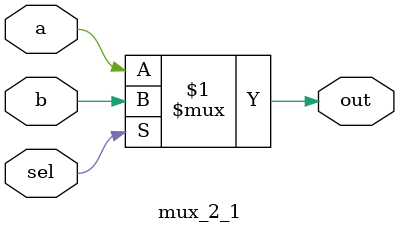
<source format=v>
`timescale 1ns / 1ps
module mux_2_1(
    input a,b,sel,
    output out
    );
	assign out = sel ? b:a;

endmodule

</source>
